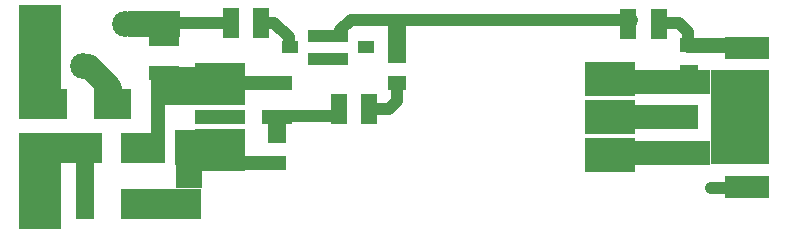
<source format=gbr>
G04 EAGLE Gerber RS-274X export*
G75*
%MOMM*%
%FSLAX34Y34*%
%LPD*%
%INTop Copper*%
%IPPOS*%
%AMOC8*
5,1,8,0,0,1.08239X$1,22.5*%
G01*
%ADD10R,4.000000X2.250000*%
%ADD11R,4.375000X2.250000*%
%ADD12R,1.625000X1.250000*%
%ADD13R,2.250000X1.250000*%
%ADD14R,1.500000X0.750000*%
%ADD15R,1.500000X2.625000*%
%ADD16R,3.250000X1.125000*%
%ADD17R,2.000000X2.500000*%
%ADD18R,1.250000X3.750000*%
%ADD19R,1.000000X2.500000*%
%ADD20R,2.000000X0.625000*%
%ADD21R,0.750000X2.500000*%
%ADD22R,1.625000X2.500000*%
%ADD23R,2.250000X2.000000*%
%ADD24R,6.875000X2.625000*%
%ADD25R,1.500000X5.000000*%
%ADD26R,4.125000X2.500000*%
%ADD27R,3.625000X8.125000*%
%ADD28R,3.625000X9.625000*%
%ADD29R,1.397000X2.590800*%
%ADD30R,4.300000X3.640000*%
%ADD31R,4.300000X1.240000*%
%ADD32R,4.300000X2.840000*%
%ADD33R,6.000000X2.000000*%
%ADD34R,2.000000X2.000000*%
%ADD35R,7.000000X2.000000*%
%ADD36R,5.000000X8.000000*%
%ADD37R,1.400000X1.000000*%
%ADD38R,2.540000X1.270000*%
%ADD39C,2.184400*%
%ADD40R,1.905000X3.810000*%
%ADD41R,3.810000X1.905000*%
%ADD42R,1.524000X1.270000*%
%ADD43R,1.270000X2.540000*%
%ADD44R,1.524000X2.540000*%
%ADD45C,1.016000*%
%ADD46C,1.350000*%
%ADD47C,1.270000*%
%ADD48C,0.906400*%
%ADD49C,2.000000*%
%ADD50C,0.756400*%


D10*
X-38750Y31250D03*
D11*
X-55625Y78750D03*
D12*
X28125Y28750D03*
D13*
X31250Y-38750D03*
D14*
X48750Y-8750D03*
D15*
X150000Y66875D03*
D16*
X-36250Y15625D03*
D17*
X-27500Y-27500D03*
D18*
X-52500Y-20000D03*
D19*
X-61250Y-26250D03*
D20*
X-27500Y-13125D03*
D21*
X-68750Y-26250D03*
D22*
X-93125Y11250D03*
D23*
X-26250Y-50000D03*
D24*
X-49375Y-73125D03*
D25*
X-113750Y-38750D03*
D26*
X-120625Y-26250D03*
D27*
X-151875Y-54375D03*
D28*
X-151875Y46875D03*
D29*
X371670Y79308D03*
X345666Y79308D03*
D30*
X250Y28000D03*
X250Y-28000D03*
D31*
X250Y0D03*
D32*
X330250Y32000D03*
X330250Y0D03*
X330250Y-32000D03*
D33*
X375250Y0D03*
D34*
X395250Y0D03*
D35*
X380250Y-30000D03*
X380250Y30000D03*
D36*
X440250Y0D03*
X440250Y0D03*
D37*
X59750Y59000D03*
X81750Y68500D03*
X81750Y49500D03*
X124250Y59000D03*
X102250Y49500D03*
X102250Y68500D03*
D38*
X-46750Y66288D03*
X-46750Y37713D03*
D39*
X-115403Y43347D03*
X-80097Y78653D03*
D29*
X126752Y7000D03*
X100748Y7000D03*
D38*
X48250Y213D03*
X48250Y28788D03*
D40*
X-153000Y-49750D03*
X-149750Y40250D03*
D41*
X446250Y58750D03*
D29*
X35502Y80000D03*
X9498Y80000D03*
D42*
X397500Y38570D03*
X397500Y61430D03*
X48750Y-38930D03*
X48750Y-16070D03*
X150000Y28570D03*
X150000Y51430D03*
D43*
X-51962Y11251D03*
X-80538Y11250D03*
X-105738Y-26301D03*
X-77162Y-26300D03*
D41*
X446250Y-58750D03*
D44*
X-114050Y-73750D03*
X-75950Y-73750D03*
X-136550Y11250D03*
X-98450Y11250D03*
D45*
X81750Y49500D02*
X102250Y49500D01*
X102250Y68500D02*
X81750Y68500D01*
D46*
X345666Y79308D02*
X347474Y82500D01*
D45*
X111250Y82500D01*
X102250Y73500D01*
X102250Y68500D01*
D47*
X438750Y60000D02*
X446250Y58750D01*
X438750Y60000D02*
X436250Y61250D01*
X415000Y61250D01*
X396250Y61250D01*
D45*
X396250Y72500D01*
X388750Y80000D01*
X372500Y80000D01*
D48*
X415000Y61250D03*
D45*
X9498Y80000D02*
X-78750Y80000D01*
X-80097Y78653D01*
X100748Y7000D02*
X100748Y1998D01*
X100000Y1250D01*
X49288Y1250D01*
X48250Y213D01*
X250Y22713D02*
X250Y28000D01*
X35502Y80000D02*
X46250Y80000D01*
X58750Y67500D01*
X58750Y60000D01*
X59750Y59000D01*
X150000Y28570D02*
X150000Y13750D01*
X143250Y7000D01*
X126752Y7000D01*
D49*
X-110847Y43347D02*
X-115403Y43347D01*
X-92500Y25000D02*
X-92500Y10000D01*
X-92500Y25000D02*
X-110847Y43347D01*
D45*
X416250Y-60000D02*
X447500Y-60000D01*
D48*
X416250Y-60000D03*
D50*
X-52500Y-35000D03*
X-52500Y-15000D03*
X-52500Y-25000D03*
M02*

</source>
